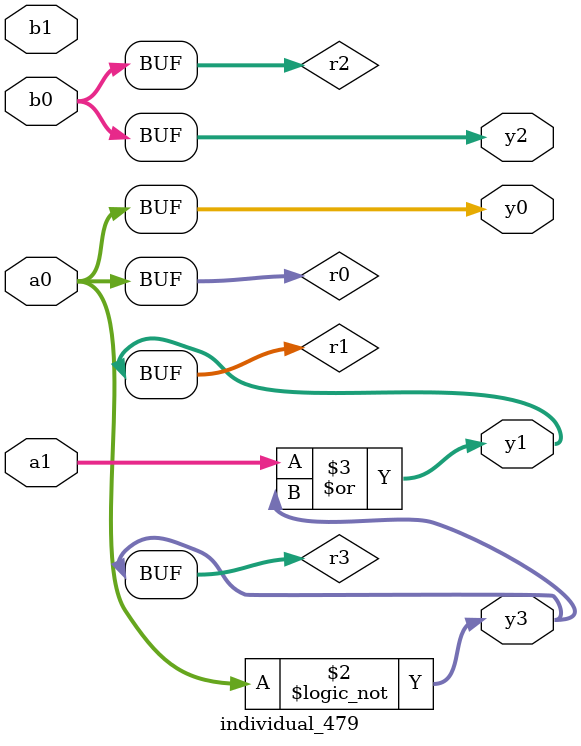
<source format=sv>
module individual_479(input logic [15:0] a1, input logic [15:0] a0, input logic [15:0] b1, input logic [15:0] b0, output logic [15:0] y3, output logic [15:0] y2, output logic [15:0] y1, output logic [15:0] y0);
logic [15:0] r0, r1, r2, r3; 
 always@(*) begin 
	 r0 = a0; r1 = a1; r2 = b0; r3 = b1; 
 	 r3 = ! a0 ;
 	 r1  |=  r3 ;
 	 y3 = r3; y2 = r2; y1 = r1; y0 = r0; 
end
endmodule
</source>
